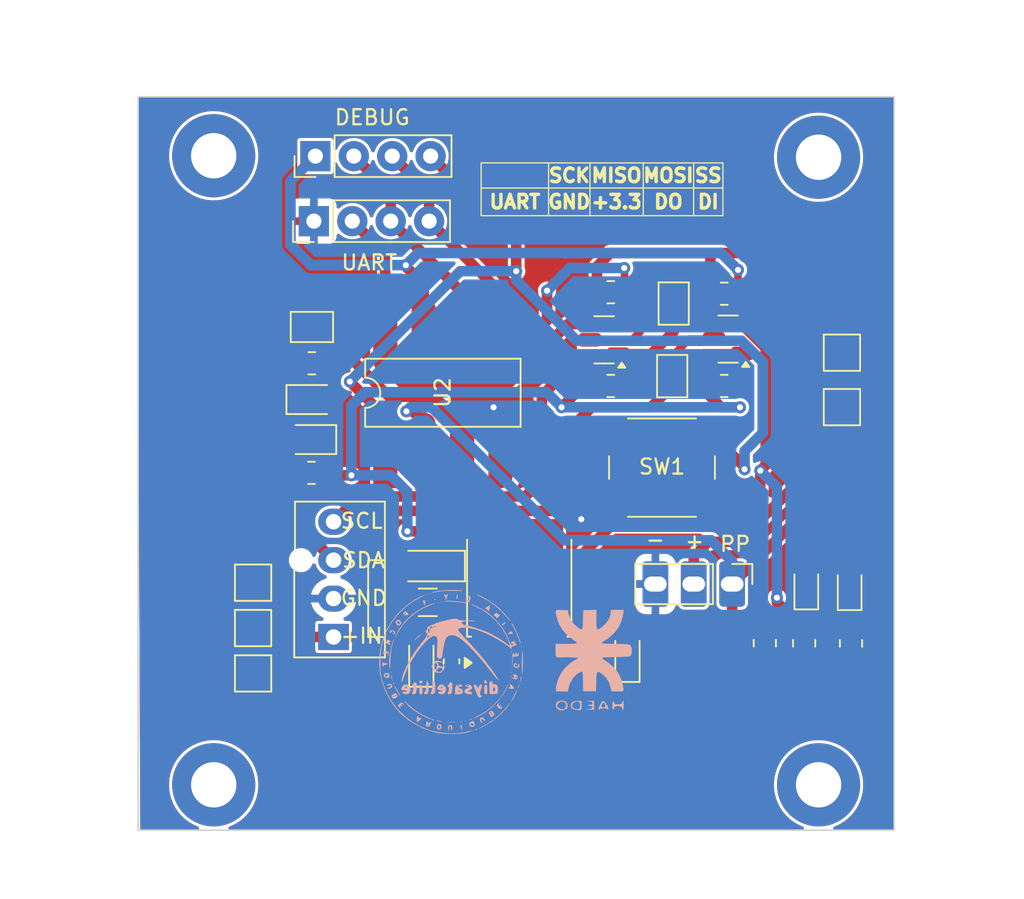
<source format=kicad_pcb>
(kicad_pcb (version 20241229) (generator "pcbnew") (generator_version "9.0")
  (layers (0 "F.Cu" signal) (2 "B.Cu" signal) (13 "F.Paste" user) (15 "B.Paste" user) (5 "F.SilkS" user "F.Silkscreen") (7 "B.SilkS" user "B.Silkscreen") (1 "F.Mask" user) (3 "B.Mask" user) (25 "Edge.Cuts" user))
  (net 0 "")
  (net 1 "Net-(C5-Pad1)")
  (net 2 "GND")
  (net 3 "/VDC_Filter")
  (net 4 "Net-(D3-A)")
  (net 5 "Net-(D2-A)")
  (net 6 "/SCK")
  (net 7 "/PP")
  (net 8 "/SS")
  (net 9 "Net-(JP1-A)")
  (net 10 "Net-(JP1-B)")
  (net 11 "+3.3V")
  (net 12 "+3.7V")
  (net 13 "/SDA_HV")
  (net 14 "/SCL_HV")
  (net 15 "/DO")
  (net 16 "/DI")
  (net 17 "/IN")
  (footprint "Fuse:Fuse_1206_3216Metric" (layer "F.Cu") (at 138.55 96.4 180)
    (property "Reference" "F1" (hide yes))
    (property "Value" "Fuse_Small" (hide yes))
    (pad "1" smd roundrect (at -1.4 0 180) (size 1.25 1.75) (layers "F.Cu" "F.Mask" "F.Paste") (roundrect_rratio 0.2) (net 12 "+3.7V"))
    (pad "2" smd roundrect (at 1.4 0 180) (size 1.25 1.75) (layers "F.Cu" "F.Mask" "F.Paste") (roundrect_rratio 0.2) (net 17 "/IN"))
  )
  (footprint "Package_TO_SOT_SMD:SOT-23" (layer "F.Cu") (at 150.215 79.04 180)
    (property "Reference" "Q1" (hide yes))
    (property "Value" "NMOS" (hide yes))
    (pad "1" smd roundrect (at -0.9375 -0.95 180) (size 1.475 0.9) (layers "F.Cu" "F.Mask" "F.Paste") (net 13 "/SDA_HV"))
    (pad "2" smd roundrect (at -0.9375 0.95 180) (size 1.475 0.9) (layers "F.Cu" "F.Mask" "F.Paste") (net 11 "+3.3V"))
    (pad "3" smd roundrect (at 0.9375 0 180) (size 1.475 0.9) (layers "F.Cu" "F.Mask" "F.Paste") (net 16 "/DI"))
  )
  (footprint "Resistor_SMD:R_0805_2012Metric" (layer "F.Cu") (at 158.1525 82.09)
    (property "Reference" "R9" (hide yes))
    (property "Value" "10k" (hide yes))
    (pad "1" smd roundrect (at -0.9125 0) (size 1.025 1.4) (layers "F.Cu" "F.Mask" "F.Paste") (roundrect_rratio 0.243902) (net 12 "+3.7V"))
    (pad "2" smd roundrect (at 0.9125 0) (size 1.025 1.4) (layers "F.Cu" "F.Mask" "F.Paste") (roundrect_rratio 0.243902) (net 14 "/SCL_HV"))
  )
  (footprint "Connector_PinHeader_2.54mm:PinHeader_1x03_P2.54mm_Vertical" (layer "F.Cu") (at 158.68 95.19 -90)
    (property "Reference" "J4" (hide yes))
    (property "Value" "BG51" (hide yes))
    (pad "1" thru_hole roundrect (at 0 0 270) (size 3 1.7) (drill oval 1 1.5) (layers "*.Cu" "*.Mask") (roundrect_rratio 0.1470588235) (net 7 "/PP"))
    (pad "2" thru_hole roundrect (at 0 2.54 270) (size 3 1.7) (drill oval 1 1.5) (layers "*.Cu" "*.Mask") (roundrect_rratio 0.1470588235) (net 3 "/VDC_Filter"))
    (pad "3" thru_hole roundrect (at 0 5.08 270) (size 3 1.7) (drill oval 1 1.5) (layers "*.Cu" "*.Mask") (roundrect_rratio 0.1470588235) (net 2 "GND"))
  )
  (footprint "Connector:FanPinHeader_1x04_P2.54mm_Vertical" (layer "F.Cu") (at 132.32 98.69 90)
    (property "Reference" "J2" (hide yes))
    (property "Value" "CONN" (hide yes))
    (pad "" np_thru_hole circle (at 5.08 -2.16 180) (size 1.1 1.1) (drill 1.1) (layers "*.Cu" "*.Mask"))
    (pad "1" thru_hole rect (at 0 0 180) (size 2.03 1.73) (drill 1.02) (layers "*.Cu" "*.Mask") (net 17 "/IN"))
    (pad "2" thru_hole oval (at 2.54 0 180) (size 2.03 1.73) (drill 1.02) (layers "*.Cu" "*.Mask") (net 2 "GND"))
    (pad "3" thru_hole oval (at 5.08 0 180) (size 2.03 1.73) (drill 1.02) (layers "*.Cu" "*.Mask") (net 13 "/SDA_HV"))
    (pad "4" thru_hole oval (at 7.62 0 180) (size 2.03 1.73) (drill 1.02) (layers "*.Cu" "*.Mask") (net 14 "/SCL_HV"))
  )
  (footprint "Button_Switch_THT:SW_PUSH_6mm" (layer "F.Cu") (at 150.79 85.24)
    (property "Reference" "SW1" (at 3.25 2.19 0) (layer "F.SilkS"))
    (property "Value" "Reset" (hide yes))
    (pad "1" smd roundrect (at 0 0 90) (size 2 3) (layers "F.Cu" "F.Mask" "F.Paste") (roundrect_rratio 0.125) (net 8 "/SS"))
    (pad "1" smd roundrect (at 6.5 0 90) (size 2 3) (layers "F.Cu" "F.Mask" "F.Paste") (roundrect_rratio 0.125) (net 8 "/SS"))
    (pad "2" smd roundrect (at 0 4.5 90) (size 2 3) (layers "F.Cu" "F.Mask" "F.Paste") (roundrect_rratio 0.125) (net 2 "GND"))
    (pad "2" smd roundrect (at 6.5 4.5 90) (size 2 3) (layers "F.Cu" "F.Mask" "F.Paste") (roundrect_rratio 0.125) (net 2 "GND"))
  )
  (footprint "Package_TO_SOT_SMD:TO-252-3_TabPin2" (layer "F.Cu") (at 144.6 95.36 90)
    (property "Reference" "U1" (hide yes))
    (property "Value" "LM1117DT-3.3" (hide yes))
    (pad "1" smd roundrect (at -5.04 -2.28 90) (size 2.2 1.2) (layers "F.Cu" "F.Mask" "F.Paste") (roundrect_rratio 0.208333) (net 2 "GND"))
    (pad "2" smd roundrect (at -5.04 0 90) (size 2.2 1.2) (layers "F.Cu" "F.Mask" "F.Paste") (roundrect_rratio 0.208333) (net 11 "+3.3V"))
    (pad "2" smd roundrect (at -0.415 -1.525 90) (size 3.05 2.75) (layers "F.Cu" "F.Paste") (roundrect_rratio 0.090909) (net 11 "+3.3V"))
    (pad "2" smd roundrect (at -0.415 1.525 90) (size 3.05 2.75) (layers "F.Cu" "F.Paste") (roundrect_rratio 0.090909) (net 11 "+3.3V"))
    (pad "2" smd roundrect (at 1.26 0 90) (size 6.4 5.8) (layers "F.Cu" "F.Mask") (roundrect_rratio 0.043103) (net 11 "+3.3V"))
    (pad "2" smd roundrect (at 2.935 -1.525 90) (size 3.05 2.75) (layers "F.Cu" "F.Paste") (roundrect_rratio 0.090909) (net 11 "+3.3V"))
    (pad "2" smd roundrect (at 2.935 1.525 90) (size 3.05 2.75) (layers "F.Cu" "F.Paste") (roundrect_rratio 0.090909) (net 11 "+3.3V"))
    (pad "3" smd roundrect (at -5.04 2.28 90) (size 2.2 1.2) (layers "F.Cu" "F.Mask" "F.Paste") (roundrect_rratio 0.208333) (net 12 "+3.7V"))
  )
  (footprint "" (layer "F.Cu") (at 124.395 66.865 90)
    (property "Reference" "" (at 0 0 90) (layer "F.SilkS") (effects (font (size 1.27 1.27))))
    (property "Value" "")
    (pad "1" thru_hole circle (at 0 0 90) (size 5.5 5.5) (drill 3) (layers "*.Cu" "*.Mask"))
  )
  (footprint "Jumper:SolderJumper-2_P1.3mm_Open_Pad1.0x1.5mm" (layer "F.Cu") (at 154.815 76.64 -90)
    (property "Reference" "JP2" (hide yes))
    (property "Value" "SolderJumper_2_Open" (hide yes))
    (pad "1" smd rect (at -0.65 0 270) (size 1 1.5) (layers "F.Cu" "F.Mask") (net 16 "/DI"))
    (pad "2" smd rect (at 0.65 0 270) (size 1 1.5) (layers "F.Cu" "F.Mask") (net 13 "/SDA_HV"))
  )
  (footprint "Resistor_SMD:R_0805_2012Metric" (layer "F.Cu") (at 150.6525 75.89)
    (property "Reference" "R5" (hide yes))
    (property "Value" "10k" (hide yes))
    (pad "1" smd roundrect (at -0.9125 0) (size 1.025 1.4) (layers "F.Cu" "F.Mask" "F.Paste") (roundrect_rratio 0.243902) (net 11 "+3.3V"))
    (pad "2" smd roundrect (at 0.9125 0) (size 1.025 1.4) (layers "F.Cu" "F.Mask" "F.Paste") (roundrect_rratio 0.243902) (net 16 "/DI"))
  )
  (footprint "LED_SMD:LED_0805_2012Metric" (layer "F.Cu") (at 130.89 82.99)
    (property "Reference" "D3" (hide yes))
    (property "Value" "Test" (hide yes))
    (pad "1" smd roundrect (at -0.9375 0) (size 0.975 1.4) (layers "F.Cu" "F.Mask" "F.Paste") (net 2 "GND"))
    (pad "2" smd roundrect (at 0.9375 0) (size 0.975 1.4) (layers "F.Cu" "F.Mask" "F.Paste") (net 4 "Net-(D3-A)"))
  )
  (footprint "Resistor_SMD:R_0805_2012Metric" (layer "F.Cu") (at 166.54 99.115 90)
    (property "Reference" "R3" (hide yes))
    (property "Value" "1.8k" (hide yes))
    (pad "1" smd roundrect (at -0.9125 0 90) (size 1.025 1.4) (layers "F.Cu" "F.Mask" "F.Paste") (roundrect_rratio 0.243902) (net 1 "Net-(C5-Pad1)"))
    (pad "2" smd roundrect (at 0.9125 0 90) (size 1.025 1.4) (layers "F.Cu" "F.Mask" "F.Paste") (roundrect_rratio 0.243902) (net 3 "/VDC_Filter"))
  )
  (footprint "Resistor_SMD:R_0805_2012Metric" (layer "F.Cu") (at 160.84 99.1025 90)
    (property "Reference" "R10" (hide yes))
    (property "Value" "10k" (hide yes))
    (pad "1" smd roundrect (at -0.9125 0 90) (size 1.025 1.4) (layers "F.Cu" "F.Mask" "F.Paste") (roundrect_rratio 0.243902) (net 7 "/PP"))
    (pad "2" smd roundrect (at 0.9125 0 90) (size 1.025 1.4) (layers "F.Cu" "F.Mask" "F.Paste") (roundrect_rratio 0.243902) (net 2 "GND"))
  )
  (footprint "TestPoint:TestPoint_Pad_2.0x2.0mm" (layer "F.Cu") (at 127 95.1)
    (property "Reference" "GND" (hide yes))
    (property "Value" "Test_GND" (hide yes))
    (pad "1" smd rect (at 0 0) (size 2 2) (layers "F.Cu" "F.Mask") (net 2 "GND"))
  )
  (footprint "" (layer "F.Cu") (at 164.394999 66.965 90)
    (property "Reference" "" (at 0 0 90) (layer "F.SilkS") (effects (font (size 1.27 1.27))))
    (property "Value" "")
    (pad "1" thru_hole circle (at 0 0 90) (size 5.5 5.5) (drill 3) (layers "*.Cu" "*.Mask"))
  )
  (footprint "Capacitor_SMD:C_0603_1608Metric" (layer "F.Cu") (at 140.125 100.3 90)
    (property "Reference" "C2" (hide yes))
    (property "Value" "100nF" (hide yes))
    (pad "1" smd roundrect (at -0.775 0 90) (size 0.9 0.95) (layers "F.Cu" "F.Mask" "F.Paste") (net 11 "+3.3V"))
    (pad "2" smd roundrect (at 0.775 0 90) (size 0.9 0.95) (layers "F.Cu" "F.Mask" "F.Paste") (net 2 "GND"))
  )
  (footprint "Capacitor_Tantalum_SMD:CP_EIA-2012-15_AVX-P" (layer "F.Cu") (at 138.125 100.2625 90)
    (property "Reference" "C1" (hide yes))
    (property "Value" "10uF" (hide yes))
    (pad "1" smd roundrect (at -0.89 0 90) (size 1.14 1.09) (layers "F.Cu" "F.Mask" "F.Paste") (roundrect_rratio 0.229358) (net 11 "+3.3V"))
    (pad "2" smd roundrect (at 0.89 0 90) (size 1.14 1.09) (layers "F.Cu" "F.Mask" "F.Paste") (roundrect_rratio 0.229358) (net 2 "GND"))
  )
  (footprint "Capacitor_Tantalum_SMD:CP_EIA-1608-08_AVX-J" (layer "F.Cu") (at 166.45 95.4025 90)
    (property "Reference" "C6" (hide yes))
    (property "Value" "4.7uF" (hide yes))
    (pad "1" smd roundrect (at -0.7125 0 90) (size 1.075 1.05) (layers "F.Cu" "F.Mask" "F.Paste") (roundrect_rratio 0.238095) (net 3 "/VDC_Filter"))
    (pad "2" smd roundrect (at 0.7125 0 90) (size 1.075 1.05) (layers "F.Cu" "F.Mask" "F.Paste") (roundrect_rratio 0.238095) (net 2 "GND"))
  )
  (footprint "TestPoint:TestPoint_Pad_2.0x2.0mm" (layer "F.Cu") (at 127 101.1)
    (property "Reference" "+3.3V" (hide yes))
    (property "Value" "Test_+3.3V" (hide yes))
    (pad "1" smd rect (at 0 0) (size 2 2) (layers "F.Cu" "F.Mask") (net 11 "+3.3V"))
  )
  (footprint "TestPoint:TestPoint_Pad_2.0x2.0mm" (layer "F.Cu") (at 165.94 83.49 180)
    (property "Reference" "PP" (hide yes))
    (property "Value" "Test_PP" (hide yes))
    (pad "1" smd rect (at 0 0 180) (size 2 2) (layers "F.Cu" "F.Mask") (net 7 "/PP"))
  )
  (footprint "LED_SMD:LED_0805_2012Metric" (layer "F.Cu") (at 130.8115 85.634 180)
    (property "Reference" "D2" (hide yes))
    (property "Value" "PW" (hide yes))
    (pad "1" smd roundrect (at -0.9375 0 180) (size 0.975 1.4) (layers "F.Cu" "F.Mask" "F.Paste") (net 2 "GND"))
    (pad "2" smd roundrect (at 0.9375 0 180) (size 0.975 1.4) (layers "F.Cu" "F.Mask" "F.Paste") (net 5 "Net-(D2-A)"))
  )
  (footprint "Diode_SMD:D_SMF" (layer "F.Cu") (at 138.65 94 180)
    (property "Reference" "D1" (hide yes))
    (property "Value" "D_Shockley" (hide yes))
    (pad "1" smd roundrect (at -1.45 0 180) (size 1.3 1.4) (layers "F.Cu" "F.Mask" "F.Paste") (roundrect_rratio 0.1923076923) (net 12 "+3.7V"))
    (pad "2" smd roundrect (at 1.45 0 180) (size 1.3 1.4) (layers "F.Cu" "F.Mask" "F.Paste") (roundrect_rratio 0.1923076923) (net 2 "GND"))
  )
  (footprint "Package_DIP:DIP-8_W7.62mm_LongPads" (layer "F.Cu") (at 135.74 86.35 90)
    (property "Reference" "U2" (at 3.825 3.8 90) (layer "F.SilkS"))
    (property "Value" "ATtiny85-20S")
    (pad "1" smd rect (at 0 0 90) (size 5 1.6) (layers "F.Cu" "F.Mask" "F.Paste") (net 8 "/SS"))
    (pad "2" smd oval (at 0 2.54 90) (size 5 1.6) (layers "F.Cu" "F.Mask" "F.Paste") (net 7 "/PP"))
    (pad "3" smd oval (at 0 5.08 90) (size 5 1.6) (layers "F.Cu" "F.Mask" "F.Paste") (net 10 "Net-(JP1-B)"))
    (pad "4" smd oval (at 0 7.62 90) (size 5 1.6) (layers "F.Cu" "F.Mask" "F.Paste") (net 2 "GND"))
    (pad "5" smd oval (at 7.62 7.62 90) (size 5 1.6) (layers "F.Cu" "F.Mask" "F.Paste") (net 16 "/DI"))
    (pad "6" smd oval (at 7.62 5.08 90) (size 5 1.6) (layers "F.Cu" "F.Mask" "F.Paste") (net 15 "/DO"))
    (pad "7" smd oval (at 7.62 2.54 90) (size 5 1.6) (layers "F.Cu" "F.Mask" "F.Paste") (net 6 "/SCK"))
    (pad "8" smd oval (at 7.62 0 90) (size 5 1.6) (layers "F.Cu" "F.Mask" "F.Paste") (net 11 "+3.3V"))
  )
  (footprint "Capacitor_SMD:C_0603_1608Metric" (layer "F.Cu") (at 149.525 100.2185 90)
    (property "Reference" "C3" (hide yes))
    (property "Value" "100nF" (hide yes))
    (pad "1" smd roundrect (at -0.775 0 90) (size 0.9 0.95) (layers "F.Cu" "F.Mask" "F.Paste") (net 12 "+3.7V"))
    (pad "2" smd roundrect (at 0.775 0 90) (size 0.9 0.95) (layers "F.Cu" "F.Mask" "F.Paste") (net 2 "GND"))
  )
  (footprint "TestPoint:TestPoint_Pad_2.0x2.0mm" (layer "F.Cu") (at 165.94 79.89 180)
    (property "Reference" "VCCF" (hide yes))
    (property "Value" "Test_VCC_Filter" (hide yes))
    (pad "1" smd rect (at 0 0 180) (size 2 2) (layers "F.Cu" "F.Mask") (net 3 "/VDC_Filter"))
  )
  (footprint "Package_TO_SOT_SMD:SOT-23" (layer "F.Cu") (at 158.415 78.99 180)
    (property "Reference" "Q2" (hide yes))
    (property "Value" "NMOS" (hide yes))
    (pad "1" smd roundrect (at -0.9375 -0.95 180) (size 1.475 0.9) (layers "F.Cu" "F.Mask" "F.Paste") (net 14 "/SCL_HV"))
    (pad "2" smd roundrect (at -0.9375 0.95 180) (size 1.475 0.9) (layers "F.Cu" "F.Mask" "F.Paste") (net 11 "+3.3V"))
    (pad "3" smd roundrect (at 0.9375 0 180) (size 1.475 0.9) (layers "F.Cu" "F.Mask" "F.Paste") (net 6 "/SCK"))
  )
  (footprint "Connector_PinHeader_2.54mm:PinHeader_1x04_P2.54mm_Vertical" (layer "F.Cu") (at 131.12 66.89 90)
    (property "Reference" "J3" (hide yes))
    (property "Value" "DEBUG" (at 2.56 3.76 0) (layer "F.SilkS"))
    (pad "1" thru_hole rect (at 0 0 90) (size 2 2) (drill 1) (layers "*.Cu" "*.Mask") (net 6 "/SCK"))
    (pad "2" thru_hole circle (at 0 2.54 90) (size 2 2) (drill 1) (layers "*.Cu" "*.Mask") (net 15 "/DO"))
    (pad "3" thru_hole circle (at 0 5.08 90) (size 2 2) (drill 1) (layers "*.Cu" "*.Mask") (net 16 "/DI"))
    (pad "4" thru_hole circle (at 0 7.62 90) (size 2 2) (drill 1) (layers "*.Cu" "*.Mask") (net 8 "/SS"))
  )
  (footprint "Resistor_SMD:R_0805_2012Metric" (layer "F.Cu") (at 163.44 99.1025 -90)
    (property "Reference" "R2" (hide yes))
    (property "Value" "1.8k" (hide yes))
    (pad "1" smd roundrect (at -0.9125 0 270) (size 1.025 1.4) (layers "F.Cu" "F.Mask" "F.Paste") (roundrect_rratio 0.243902) (net 11 "+3.3V"))
    (pad "2" smd roundrect (at 0.9125 0 270) (size 1.025 1.4) (layers "F.Cu" "F.Mask" "F.Paste") (roundrect_rratio 0.243902) (net 1 "Net-(C5-Pad1)"))
  )
  (footprint "" (layer "F.Cu") (at 164.394999 108.465 90)
    (property "Reference" "" (at 0 0 90) (layer "F.SilkS") (effects (font (size 1.27 1.27))))
    (property "Value" "")
    (pad "1" thru_hole circle (at 0 0 90) (size 5.5 5.5) (drill 3) (layers "*.Cu" "*.Mask"))
  )
  (footprint "Capacitor_Tantalum_SMD:CP_EIA-1608-08_AVX-J" (layer "F.Cu") (at 163.581 95.355 90)
    (property "Reference" "C5" (hide yes))
    (property "Value" "4.7u" (hide yes))
    (pad "1" smd roundrect (at -0.7125 0 90) (size 1.075 1.05) (layers "F.Cu" "F.Mask" "F.Paste") (roundrect_rratio 0.238095) (net 1 "Net-(C5-Pad1)"))
    (pad "2" smd roundrect (at 0.7125 0 90) (size 1.075 1.05) (layers "F.Cu" "F.Mask" "F.Paste") (roundrect_rratio 0.238095) (net 2 "GND"))
  )
  (footprint "Resistor_SMD:R_0805_2012Metric" (layer "F.Cu") (at 158.1525 75.99)
    (property "Reference" "R8" (hide yes))
    (property "Value" "10k" (hide yes))
    (pad "1" smd roundrect (at -0.9125 0) (size 1.025 1.4) (layers "F.Cu" "F.Mask" "F.Paste") (roundrect_rratio 0.243902) (net 11 "+3.3V"))
    (pad "2" smd roundrect (at 0.9125 0) (size 1.025 1.4) (layers "F.Cu" "F.Mask" "F.Paste") (roundrect_rratio 0.243902) (net 6 "/SCK"))
  )
  (footprint "Connector_PinHeader_2.54mm:PinHeader_1x04_P2.54mm_Vertical" (layer "F.Cu") (at 131.02 71.19 90)
    (property "Reference" "J1" (hide yes))
    (property "Value" "UART" (at -2.74 3.66 0) (layer "F.SilkS"))
    (pad "1" thru_hole rect (at 0 0 90) (size 2 2) (drill 1) (layers "*.Cu" "*.Mask") (net 2 "GND"))
    (pad "2" thru_hole circle (at 0 2.54 90) (size 2 2) (drill 1) (layers "*.Cu" "*.Mask") (net 11 "+3.3V"))
    (pad "3" thru_hole circle (at 0 5.08 90) (size 2 2) (drill 1) (layers "*.Cu" "*.Mask") (net 15 "/DO"))
    (pad "4" thru_hole circle (at 0 7.62 90) (size 2 2) (drill 1) (layers "*.Cu" "*.Mask") (net 16 "/DI"))
  )
  (footprint "TestPoint:TestPoint_Pad_2.0x2.0mm" (layer "F.Cu") (at 127 98.1)
    (property "Reference" "IN" (hide yes))
    (property "Value" "Test_+3.7V" (hide yes))
    (pad "1" smd rect (at 0 0) (size 2 2) (layers "F.Cu" "F.Mask") (net 17 "/IN"))
  )
  (footprint "MountingHole:MountingHole_3.2mm_M3_ISO14580_Pad" (layer "F.Cu") (at 124.394999 108.465 90)
    (property "Reference" "REF**" (hide yes))
    (property "Value" "MountingHole_3.2mm_M3_ISO14580_Pad" (hide yes))
    (pad "1" thru_hole circle (at 0 0 90) (size 5.5 5.5) (drill 3) (layers "*.Cu" "*.Mask"))
  )
  (footprint "Resistor_SMD:R_0805_2012Metric" (layer "F.Cu") (at 130.8625 87.834 180)
    (property "Reference" "R1" (hide yes))
    (property "Value" "220" (hide yes))
    (pad "1" smd roundrect (at -0.9125 0 180) (size 1.025 1.4) (layers "F.Cu" "F.Mask" "F.Paste") (roundrect_rratio 0.243902) (net 12 "+3.7V"))
    (pad "2" smd roundrect (at 0.9125 0 180) (size 1.025 1.4) (layers "F.Cu" "F.Mask" "F.Paste") (roundrect_rratio 0.243902) (net 5 "Net-(D2-A)"))
  )
  (footprint "Resistor_SMD:R_0805_2012Metric" (layer "F.Cu") (at 130.89 80.59)
    (property "Reference" "R7" (hide yes))
    (property "Value" "220" (hide yes))
    (pad "1" smd roundrect (at -0.9125 0) (size 1.025 1.4) (layers "F.Cu" "F.Mask" "F.Paste") (roundrect_rratio 0.243902) (net 9 "Net-(JP1-A)"))
    (pad "2" smd roundrect (at 0.9125 0) (size 1.025 1.4) (layers "F.Cu" "F.Mask" "F.Paste") (roundrect_rratio 0.243902) (net 4 "Net-(D3-A)"))
  )
  (footprint "Jumper:SolderJumper-2_P1.3mm_Open_Pad1.0x1.5mm" (layer "F.Cu") (at 154.715 81.44 -90)
    (property "Reference" "JP3" (hide yes))
    (property "Value" "SolderJumper_2_Open" (hide yes))
    (pad "1" smd rect (at -0.65 0 270) (size 1 1.5) (layers "F.Cu" "F.Mask") (net 6 "/SCK"))
    (pad "2" smd rect (at 0.65 0 270) (size 1 1.5) (layers "F.Cu" "F.Mask") (net 14 "/SCL_HV"))
  )
  (footprint "Resistor_SMD:R_0805_2012Metric" (layer "F.Cu") (at 150.6525 82.09)
    (property "Reference" "R6" (hide yes))
    (property "Value" "10k" (hide yes))
    (pad "1" smd roundrect (at -0.9125 0) (size 1.025 1.4) (layers "F.Cu" "F.Mask" "F.Paste") (roundrect_rratio 0.243902) (net 12 "+3.7V"))
    (pad "2" smd roundrect (at 0.9125 0) (size 1.025 1.4) (layers "F.Cu" "F.Mask" "F.Paste") (roundrect_rratio 0.243902) (net 13 "/SDA_HV"))
  )
  (footprint "Capacitor_Tantalum_SMD:CP_EIA-2012-15_AVX-P" (layer "F.Cu") (at 151.755 99.9435 90)
    (property "Reference" "C4" (hide yes))
    (property "Value" "10uF" (hide yes))
    (pad "1" smd roundrect (at -0.89 0 90) (size 1.14 1.09) (layers "F.Cu" "F.Mask" "F.Paste") (roundrect_rratio 0.229358) (net 12 "+3.7V"))
    (pad "2" smd roundrect (at 0.89 0 90) (size 1.14 1.09) (layers "F.Cu" "F.Mask" "F.Paste") (roundrect_rratio 0.229358) (net 2 "GND"))
  )
  (footprint "Jumper:SolderJumper-2_P1.3mm_Open_Pad1.0x1.5mm" (layer "F.Cu") (at 130.89 78.19)
    (property "Reference" "JP1" (hide yes))
    (property "Value" "SolderJumper_2_Open" (hide yes))
    (pad "1" smd rect (at -0.65 0) (size 1 1.5) (layers "F.Cu" "F.Mask") (net 9 "Net-(JP1-A)"))
    (pad "2" smd rect (at 0.65 0) (size 1 1.5) (layers "F.Cu" "F.Mask") (net 10 "Net-(JP1-B)"))
  )
  (footprint "image:diy" (layer "B.Cu") (at 140.125 100.3 180)
    (property "Reference" "G***" (hide yes))
    (property "Value" "LOGO" (hide yes))
  )
  (footprint "image:utn" (layer "B.Cu") (at 149.254329 100.200081 180)
    (property "Reference" "G***" (hide yes))
    (property "Value" "LOGO" (hide yes))
  )
  (gr_rect (start 119.394999 62.965) (end 169.394999 111.465) (stroke (width 0.1)) (fill no) (layer "Edge.Cuts"))
  (gr_text "PP" (at 157.78 93.13 0) (layer "F.SilkS") (effects (font (size 1 1)) (justify left bottom)))
  (gr_text "SCL" (at 132.7 91.6 0) (layer "F.SilkS") (effects (font (size 1 1)) (justify left bottom)))
  (gr_text "SDA" (at 132.8 94.2 0) (layer "F.SilkS") (effects (font (size 1 1)) (justify left bottom)))
  (gr_text "-" (at 152.88 92.83 0) (layer "F.SilkS") (effects (font (size 1 1)) (justify left bottom)))
  (gr_text "+IN" (at 132.7 99.2 0) (layer "F.SilkS") (effects (font (size 1 1)) (justify left bottom)))
  (gr_text "GND" (at 132.7 96.7 0) (layer "F.SilkS") (effects (font (size 1 1)) (justify left bottom)))
  (gr_text "+" (at 155.48 92.93 0) (layer "F.SilkS") (effects (font (size 1 1)) (justify left bottom)))
  (table (column_count 5) (layer "F.SilkS") (border (external yes) (header yes) (stroke (width 0.08))) (separators (rows yes) (cols yes) (stroke (width 0.08))) (column_widths 4.46 2.74 3.52 3.33 1.94) (row_heights 1.66 1.83) (cells (table_cell "" (start 142.08 67.34) (end 146.54 69) (margins 1.0025 1.0025 1.0025 1.0025) (span 1 1) (layer "F.SilkS") (effects (font (size 0.9 0.9) (thickness 0.5) (bold yes)))) (table_cell "SCK" (start 146.54 67.34) (end 149.28 69) (margins 1.0025 1.0025 1.0025 1.0025) (span 1 1) (layer "F.SilkS") (effects (font (size 0.9 0.9) (thickness 0.5)))) (table_cell "MISO" (start 149.28 67.34) (end 152.8 69) (margins 1.0025 1.0025 1.0025 1.0025) (span 1 1) (layer "F.SilkS") (effects (font (size 0.9 0.9) (thickness 0.5)))) (table_cell "MOSI" (start 152.8 67.34) (end 156.13 69) (margins 1.0025 1.0025 1.0025 1.0025) (span 1 1) (layer "F.SilkS") (effects (font (size 0.9 0.9) (thickness 0.5)))) (table_cell "SS" (start 156.13 67.34) (end 158.07 69) (margins 1.0025 1.0025 1.0025 1.0025) (span 1 1) (layer "F.SilkS") (effects (font (size 0.9 0.9) (thickness 0.5)))) (table_cell "UART" (start 142.08 69) (end 146.54 70.83) (margins 1.0025 1.0025 1.0025 1.0025) (span 1 1) (layer "F.SilkS") (effects (font (size 0.9 0.9) (thickness 0.5) (bold yes)))) (table_cell "GND" (start 146.54 69) (end 149.28 70.83) (margins 1.0025 1.0025 1.0025 1.0025) (span 1 1) (layer "F.SilkS") (effects (font (size 0.9 0.9) (thickness 0.5)))) (table_cell "+3.3" (start 149.28 69) (end 152.8 70.83) (margins 1.0025 1.0025 1.0025 1.0025) (span 1 1) (layer "F.SilkS") (effects (font (size 0.9 0.9) (thickness 0.5)))) (table_cell "DO" (start 152.8 69) (end 156.13 70.83) (margins 1.0025 1.0025 1.0025 1.0025) (span 1 1) (layer "F.SilkS") (effects (font (size 0.9 0.9) (thickness 0.5)))) (table_cell "DI" (start 156.13 69) (end 158.07 70.83) (margins 1.0025 1.0025 1.0025 1.0025) (span 1 1) (layer "F.SilkS") (effects (font (size 0.9 0.9) (thickness 0.5))))))
  (segment (start 163.44 100.015) (end 165.1525 100.015) (width 0.7) (layer "F.Cu") (net 1))
  (segment (start 165.1525 100.015) (end 165.165 100.0275) (width 0.7) (layer "F.Cu") (net 1))
  (segment (start 165.04 99.9025) (end 165.1525 100.015) (width 0.7) (layer "F.Cu") (net 1))
  (segment (start 164.305 96.0675) (end 165.04 96.8025) (width 0.7) (layer "F.Cu") (net 1))
  (segment (start 163.581 96.0675) (end 164.305 96.0675) (width 0.7) (layer "F.Cu") (net 1))
  (segment (start 165.165 100.0275) (end 166.54 100.0275) (width 0.7) (layer "F.Cu") (net 1))
  (segment (start 165.04 96.8025) (end 165.04 99.9025) (width 0.7) (layer "F.Cu") (net 1))
  (segment (start 150.79 89.74) (end 149.86 89.74) (width 0.7) (layer "F.Cu") (net 2))
  (segment (start 150.79 89.74) (end 149.76 89.74) (width 0.7) (layer "F.Cu") (net 2))
  (segment (start 143.36 83.96) (end 142.9 83.5) (width 0.7) (layer "F.Cu") (net 2))
  (segment (start 143.36 86.35) (end 143.36 83.96) (width 0.7) (layer "F.Cu") (net 2))
  (segment (start 149.86 89.74) (end 148.7 90.9) (width 0.7) (layer "F.Cu") (net 2))
  (via (at 148.7 90.9) (size 0.8) (drill 0.4) (layers "F.Cu" "B.Cu") (net 2))
  (via (at 142.9 83.5) (size 0.8) (drill 0.4) (layers "F.Cu" "B.Cu") (net 2))
  (segment (start 159.1 92.4) (end 163.34 88.16) (width 0.7) (layer "F.Cu") (net 3))
  (segment (start 156.14 95.19) (end 156.14 93.36) (width 0.7) (layer "F.Cu") (net 3))
  (segment (start 167.74 79.89) (end 165.94 79.89) (width 0.7) (layer "F.Cu") (net 3))
  (segment (start 168.04 95.06) (end 168.04 80.19) (width 0.7) (layer "F.Cu") (net 3))
  (segment (start 166.985 96.115) (end 168.04 95.06) (width 0.7) (layer "F.Cu") (net 3))
  (segment (start 156.14 93.36) (end 157.1 92.4) (width 0.7) (layer "F.Cu") (net 3))
  (segment (start 166.45 98.1125) (end 166.54 98.2025) (width 0.7) (layer "F.Cu") (net 3))
  (segment (start 166.45 96.115) (end 166.985 96.115) (width 0.7) (layer "F.Cu") (net 3))
  (segment (start 163.34 80.69) (end 164.14 79.89) (width 0.7) (layer "F.Cu") (net 3))
  (segment (start 166.45 96.115) (end 166.45 98.1125) (width 0.7) (layer "F.Cu") (net 3))
  (segment (start 163.34 88.16) (end 163.34 80.69) (width 0.7) (layer "F.Cu") (net 3))
  (segment (start 168.04 80.19) (end 167.74 79.89) (width 0.7) (layer "F.Cu") (net 3))
  (segment (start 164.14 79.89) (end 165.94 79.89) (width 0.7) (layer "F.Cu") (net 3))
  (segment (start 157.1 92.4) (end 159.1 92.4) (width 0.7) (layer "F.Cu") (net 3))
  (segment (start 131.8025 80.59) (end 131.8025 82.965) (width 0.7) (layer "F.Cu") (net 4))
  (segment (start 131.8025 82.965) (end 131.8275 82.99) (width 0.7) (layer "F.Cu") (net 4))
  (segment (start 129.874 85.634) (end 129.874 87.758) (width 0.5) (layer "F.Cu") (net 5))
  (segment (start 129.874 87.758) (end 129.95 87.834) (width 0.5) (layer "F.Cu") (net 5))
  (segment (start 154.715 80.115) (end 155.84 78.99) (width 0.5) (layer "F.Cu") (net 6))
  (segment (start 137.4 74.5) (end 137.1 74.2) (width 0.7) (layer "F.Cu") (net 6))
  (segment (start 159.065 75.99) (end 159.065 74.415) (width 0.5) (layer "F.Cu") (net 6))
  (segment (start 138.28 75.38) (end 137.4 74.5) (width 0.7) (layer "F.Cu") (net 6))
  (segment (start 157.4775 77.5775) (end 159.065 75.99) (width 0.5) (layer "F.Cu") (net 6))
  (segment (start 159.04 74.39) (end 159.065 74.415) (width 0.5) (layer "F.Cu") (net 6))
  (segment (start 138.28 78.73) (end 138.28 75.38) (width 0.7) (layer "F.Cu") (net 6))
  (segment (start 157.4775 78.99) (end 157.4775 77.5775) (width 0.5) (layer "F.Cu") (net 6))
  (segment (start 154.715 80.79) (end 154.715 80.115) (width 0.5) (layer "F.Cu") (net 6))
  (segment (start 137.1 74.2) (end 137.1 74.1) (width 0.7) (layer "F.Cu") (net 6))
  (segment (start 155.84 78.99) (end 157.4775 78.99) (width 0.5) (layer "F.Cu") (net 6))
  (via (at 137.1 74.1) (size 0.8) (drill 0.4) (layers "F.Cu" "B.Cu") (net 6))
  (via (at 159.065 74.415) (size 0.8) (drill 0.4) (layers "F.Cu" "B.Cu") (net 6))
  (segment (start 129.469 72.741) (end 129.469 68.541) (width 0.7) (layer "B.Cu") (net 6))
  (segment (start 157.95 73.3) (end 137.9 73.3) (width 0.7) (layer "B.Cu") (net 6))
  (segment (start 130.828 74.1) (end 129.469 72.741) (width 0.7) (layer "B.Cu") (net 6))
  (segment (start 129.469 68.541) (end 131.12 66.89) (width 0.7) (layer "B.Cu") (net 6))
  (segment (start 137.9 73.3) (end 137.1 74.1) (width 0.7) (layer "B.Cu") (net 6))
  (segment (start 137.1 74.1) (end 130.828 74.1) (width 0.7) (layer "B.Cu") (net 6))
  (segment (start 159.065 74.415) (end 157.95 73.3) (width 0.7) (layer "B.Cu") (net 6))
  (segment (start 165.94 87.93) (end 165.94 83.49) (width 0.7) (layer "F.Cu") (net 7))
  (segment (start 138.28 84.48) (end 138.28 86.35) (width 0.7) (layer "F.Cu") (net 7))
  (segment (start 158.68 98.38) (end 158.68 95.19) (width 0.7) (layer "F.Cu") (net 7))
  (segment (start 137.567459 83.767459) (end 138.28 84.48) (width 0.7) (layer "F.Cu") (net 7))
  (segment (start 160.315 100.015) (end 158.68 98.38) (width 0.7) (layer "F.Cu") (net 7))
  (segment (start 160.84 100.015) (end 160.315 100.015) (width 0.7) (layer "F.Cu") (net 7))
  (segment (start 158.68 95.19) (end 165.94 87.93) (width 0.7) (layer "F.Cu") (net 7))
  (segment (start 137.134297 83.767459) (end 137.567459 83.767459) (width 0.7) (layer "F.Cu") (net 7))
  (segment (start 138.28 87.83) (end 138.28 86.35) (width 0.5) (layer "F.Cu") (net 7))
  (via (at 137.134297 83.767459) (size 0.8) (drill 0.4) (layers "F.Cu" "B.Cu") (net 7))
  (segment (start 147.6 92.3) (end 157.29 92.3) (width 0.7) (layer "B.Cu") (net 7))
  (segment (start 158.68 93.69) (end 158.68 95.19) (width 0.7) (layer "B.Cu") (net 7))
  (segment (start 157.29 92.3) (end 158.68 93.69) (width 0.7) (layer "B.Cu") (net 7))
  (segment (start 138.8 83.5) (end 147.6 92.3) (width 0.7) (layer "B.Cu") (net 7))
  (segment (start 137.134297 83.767459) (end 137.401756 83.5) (width 0.7) (layer "B.Cu") (net 7))
  (segment (start 137.401756 83.5) (end 138.8 83.5) (width 0.7) (layer "B.Cu") (net 7))
  (segment (start 150.79 85.24) (end 157.29 85.24) (width 0.5) (layer "F.Cu") (net 8))
  (segment (start 157.29 85.24) (end 159.5 87.45) (width 0.7) (layer "F.Cu") (net 8))
  (segment (start 159.5 87.45) (end 159.5 87.6) (width 0.7) (layer "F.Cu") (net 8))
  (segment (start 144.4 72.55) (end 138.74 66.89) (width 0.7) (layer "F.Cu") (net 8))
  (segment (start 135.74 84.14) (end 133.4 81.8) (width 0.7) (layer "F.Cu") (net 8))
  (segment (start 144.4 74.5) (end 144.4 72.55) (width 0.7) (layer "F.Cu") (net 8))
  (segment (start 135.74 86.35) (end 135.74 84.14) (width 0.7) (layer "F.Cu") (net 8))
  (via (at 144.4 74.5) (size 0.8) (drill 0.4) (layers "F.Cu" "B.Cu") (net 8))
  (via (at 133.4 81.8) (size 0.8) (drill 0.4) (layers "F.Cu" "B.Cu") (net 8))
  (via (at 159.5 87.6) (size 0.8) (drill 0.4) (layers "F.Cu" "B.Cu") (net 8))
  (segment (start 159.5 87.6) (end 159.5 86.4) (width 0.7) (layer "B.Cu") (net 8))
  (segment (start 140.7 74.5) (end 144.4 74.5) (width 0.7) (layer "B.Cu") (net 8))
  (segment (start 159.5 86.4) (end 160.7 85.2) (width 0.7) (layer "B.Cu") (net 8))
  (segment (start 148.405082 79.1) (end 144.4 75.094918) (width 0.7) (layer "B.Cu") (net 8))
  (segment (start 160.7 85.2) (end 160.7 80.5) (width 0.7) (layer "B.Cu") (net 8))
  (segment (start 160.7 80.5) (end 159.3 79.1) (width 0.7) (layer "B.Cu") (net 8))
  (segment (start 144.4 75.094918) (end 144.4 74.5) (width 0.7) (layer "B.Cu") (net 8))
  (segment (start 133.4 81.8) (end 140.7 74.5) (width 0.7) (layer "B.Cu") (net 8))
  (segment (start 159.3 79.1) (end 148.405082 79.1) (width 0.7) (layer "B.Cu") (net 8))
  (segment (start 130.24 79.36) (end 130.24 78.19) (width 0.7) (layer "F.Cu") (net 9))
  (segment (start 129.9775 79.6225) (end 130.24 79.36) (width 0.7) (layer "F.Cu") (net 9))
  (segment (start 129.9775 80.59) (end 129.9775 79.6225) (width 0.7) (layer "F.Cu") (net 9))
  (segment (start 140.82 86.35) (end 140.82 84.62) (width 0.7) (layer "F.Cu") (net 10))
  (segment (start 139 82.8) (end 136 82.8) (width 0.7) (layer "F.Cu") (net 10))
  (segment (start 136 82.8) (end 131.54 78.34) (width 0.7) (layer "F.Cu") (net 10))
  (segment (start 131.54 78.34) (end 131.54 78.19) (width 0.7) (layer "F.Cu") (net 10))
  (segment (start 140.82 84.62) (end 139 82.8) (width 0.7) (layer "F.Cu") (net 10))
  (segment (start 143.922856 81.9) (end 147.822856 78) (width 0.7) (layer "F.Cu") (net 11))
  (segment (start 162.74 98.19) (end 162.091 98.839) (width 0.7) (layer "F.Cu") (net 11))
  (segment (start 147.822856 78) (end 151.0625 78) (width 0.7) (layer "F.Cu") (net 11))
  (segment (start 151.1525 77.3025) (end 149.74 75.89) (width 0.5) (layer "F.Cu") (net 11))
  (segment (start 150.9 102.051) (end 146.191288 102.051) (width 0.7) (layer "F.Cu") (net 11))
  (segment (start 135.74 78.69) (end 135.74 78.73) (width 0.5) (layer "F.Cu") (net 11))
  (segment (start 161.64 96.09) (end 161.64 96.39) (width 0.7) (layer "F.Cu") (net 11))
  (segment (start 162.091 98.839) (end 162.091 100.616212) (width 0.7) (layer "F.Cu") (net 11))
  (segment (start 135.74 73.37) (end 135.74 78.73) (width 0.7) (layer "F.Cu") (net 11))
  (segment (start 161.64 96.39) (end 163.44 98.19) (width 0.7) (layer "F.Cu") (net 11))
  (segment (start 150.7 91.3) (end 158.9 91.3) (width 0.7) (layer "F.Cu") (net 11))
  (segment (start 149.74 75.89) (end 149.74 74.19) (width 0.7) (layer "F.Cu") (net 11))
  (segment (start 159.95 73.3) (end 160.84 74.19) (width 0.7) (layer "F.Cu") (net 11))
  (segment (start 160.9 87.33) (end 160.541 87.689) (width 0.7) (layer "F.Cu") (net 11))
  (segment (start 157.2 73.3) (end 159.95 73.3) (width 0.7) (layer "F.Cu") (net 11))
  (segment (start 135.74 80.773991) (end 136.866009 81.9) (width 0.7) (layer "F.Cu") (net 11))
  (segment (start 157.24 75.99) (end 157.24 73.34) (width 0.7) (layer "F.Cu") (net 11))
  (segment (start 140.0475 101.1525) (end 140.125 101.075) (width 0.7) (layer "F.Cu") (net 11))
  (segment (start 160.541 89.659) (end 160.541 87.689) (width 0.7) (layer "F.Cu") (net 11))
  (segment (start 141.8 102.3) (end 142.9 102.3) (width 0.7) (layer "F.Cu") (net 11))
  (segment (start 147.9 94.1) (end 150.7 91.3) (width 0.7) (layer "F.Cu") (net 11))
  (segment (start 162.091 100.616212) (end 160.656212 102.051) (width 0.7) (layer "F.Cu") (net 11))
  (segment (start 150.63 73.3) (end 157.2 73.3) (width 0.7) (layer "F.Cu") (net 11))
  (segment (start 151.1525 78.09) (end 151.1525 77.3025) (width 0.5) (layer "F.Cu") (net 11))
  (segment (start 138.125 101.1525) (end 140.0475 101.1525) (width 0.7) (layer "F.Cu") (net 11))
  (segment (start 160.656212 102.051) (end 150.9 102.051) (width 0.7) (layer "F.Cu") (net 11))
  (segment (start 160.84 74.19) (end 160.84 76.5525) (width 0.7) (layer "F.Cu") (net 11))
  (segment (start 160.84 76.5525) (end 159.3525 78.04) (width 0.7) (layer "F.Cu") (net 11))
  (segment (start 144.6 100.6) (end 144.6 100.4) (width 0.7) (layer "F.Cu") (net 11))
  (segment (start 146.191288 102.051) (end 144.6 100.459712) (width 0.7) (layer "F.Cu") (net 11))
  (segment (start 135.74 78.73) (end 135.74 80.773991) (width 0.7) (layer "F.Cu") (net 11))
  (segment (start 144.6 100.459712) (end 144.6 100.4) (width 0.7) (layer "F.Cu") (net 11))
  (segment (start 160.9 79.5875) (end 160.9 87.33) (width 0.7) (layer "F.Cu") (net 11))
  (segment (start 152.749 102.051) (end 150.9 102.051) (width 0.7) (layer "F.Cu") (net 11))
  (segment (start 151.0625 78) (end 151.1525 78.09) (width 0.7) (layer "F.Cu") (net 11))
  (segment (start 157.24 73.34) (end 157.2 73.3) (width 0.7) (layer "F.Cu") (net 11))
  (segment (start 163.44 98.19) (end 162.74 98.19) (width 0.7) (layer "F.Cu") (net 11))
  (segment (start 160.54 87.69) (end 160.541 87.689) (width 0.7) (layer "F.Cu") (net 11))
  (segment (start 142.9 102.3) (end 144.6 100.6) (width 0.7) (layer "F.Cu") (net 11))
  (segment (start 149.74 74.19) (end 150.63 73.3) (width 0.7) (layer "F.Cu") (net 11))
  (segment (start 138.0725 101.1) (end 138.125 101.1525) (width 0.7) (layer "F.Cu") (net 11))
  (segment (start 140.125 101.075) (end 140.575 101.075) (width 0.7) (layer "F.Cu") (net 11))
  (segment (start 127 101.1) (end 138.0725 101.1) (width 0.7) (layer "F.Cu") (net 11))
  (segment (start 144.6 94.1) (end 147.9 94.1) (width 0.7) (layer "F.Cu") (net 11))
  (segment (start 140.575 101.075) (end 141.8 102.3) (width 0.7) (layer "F.Cu") (net 11))
  (segment (start 158.9 91.3) (end 160.541 89.659) (width 0.7) (layer "F.Cu") (net 11))
  (segment (start 133.56 71.19) (end 135.74 73.37) (width 0.7) (layer "F.Cu") (net 11))
  (segment (start 136.866009 81.9) (end 143.922856 81.9) (width 0.7) (layer "F.Cu") (net 11))
  (segment (start 159.3525 78.04) (end 160.9 79.5875) (width 0.7) (layer "F.Cu") (net 11))
  (via (at 161.64 96.09) (size 0.8) (drill 0.4) (layers "F.Cu" "B.Cu") (net 11))
  (via (at 160.541 87.689) (size 0.8) (drill 0.4) (layers "F.Cu" "B.Cu") (net 11))
  (segment (start 160.541 87.689) (end 161.64 88.788) (width 0.7) (layer "B.Cu") (net 11))
  (segment (start 161.64 88.788) (end 161.64 96.09) (width 0.7) (layer "B.Cu") (net 11))
  (segment (start 148.9065 100.9935) (end 149.525 100.9935) (width 0.7) (layer "F.Cu") (net 12))
  (segment (start 151.595 100.9935) (end 151.755 100.8335) (width 0.7) (layer "F.Cu") (net 12))
  (segment (start 140.1 95.1) (end 140.1 94) (width 0.7) (layer "F.Cu") (net 12))
  (segment (start 139.95 96.4) (end 139.95 95.25) (width 0.7) (layer "F.Cu") (net 12))
  (segment (start 149.525 100.9935) (end 151.595 100.9935) (width 0.7) (layer "F.Cu") (net 12))
  (segment (start 157.24 82.09) (end 157.24 82.79) (width 0.7) (layer "F.Cu") (net 12))
  (segment (start 157.24 82.79) (end 157.95 83.5) (width 0.7) (layer "F.Cu") (net 12))
  (segment (start 133.5 88) (end 131.941 88) (width 0.7) (layer "F.Cu") (net 12))
  (segment (start 148 100.4) (end 148.6 101) (width 0.7) (layer "F.Cu") (net 12))
  (segment (start 146.88 100.4) (end 148 100.4) (width 0.7) (layer "F.Cu") (net 12))
  (segment (start 131.941 88) (end 131.775 87.834) (width 0.7) (layer "F.Cu") (net 12))
  (segment (start 147.4 83.5) (end 147.4 83.4) (width 0.7) (layer "F.Cu") (net 12))
  (segment (start 146.88 100.4) (end 146.88 99.08) (width 0.7) (layer "F.Cu") (net 12))
  (segment (start 141.45 97.9) (end 139.95 96.4) (width 0.7) (layer "F.Cu") (net 12))
  (segment (start 140.1 94) (end 137.8 91.7) (width 0.7) (layer "F.Cu") (net 12))
  (segment (start 149.74 82.09) (end 148.81 82.09) (width 0.7) (layer "F.Cu") (net 12))
  (segment (start 139.95 95.25) (end 140.1 95.1) (width 0.7) (layer "F.Cu") (net 12))
  (segment (start 157.95 83.5) (end 159.2 83.5) (width 0.7) (layer "F.Cu") (net 12))
  (segment (start 146.88 99.08) (end 145.7 97.9) (width 0.7) (layer "F.Cu") (net 12))
  (segment (start 148.81 82.09) (end 147.4 83.5) (width 0.7) (layer "F.Cu") (net 12))
  (segment (start 148.9 101) (end 148.9065 100.9935) (width 0.7) (layer "F.Cu") (net 12))
  (segment (start 145.7 97.9) (end 141.45 97.9) (width 0.7) (layer "F.Cu") (net 12))
  (segment (start 148.6 101) (end 148.9 101) (width 0.7) (layer "F.Cu") (net 12))
  (segment (start 137.8 91.7) (end 137.2 91.7) (width 0.7) (layer "F.Cu") (net 12))
  (via (at 159.2 83.5) (size 0.8) (drill 0.4) (layers "F.Cu" "B.Cu") (net 12))
  (via (at 147.4 83.5) (size 0.8) (drill 0.4) (layers "F.Cu" "B.Cu") (net 12))
  (via (at 133.5 88) (size 0.8) (drill 0.4) (layers "F.Cu" "B.Cu") (net 12))
  (via (at 137.2 91.7) (size 0.8) (drill 0.4) (layers "F.Cu" "B.Cu") (net 12))
  (segment (start 159.2 83.5) (end 147.4 83.5) (width 0.7) (layer "B.Cu") (net 12))
  (segment (start 136.1 88) (end 133.5 88) (width 0.7) (layer "B.Cu") (net 12))
  (segment (start 147.4 83.5) (end 146.4 82.5) (width 0.7) (layer "B.Cu") (net 12))
  (segment (start 133.5 83.4) (end 133.5 88) (width 0.7) (layer "B.Cu") (net 12))
  (segment (start 137.2 89.1) (end 136.1 88) (width 0.7) (layer "B.Cu") (net 12))
  (segment (start 146.4 82.5) (end 134.4 82.5) (width 0.7) (layer "B.Cu") (net 12))
  (segment (start 134.4 82.5) (end 133.5 83.4) (width 0.7) (layer "B.Cu") (net 12))
  (segment (start 137.2 91.7) (end 137.2 89.1) (width 0.7) (layer "B.Cu") (net 12))
  (segment (start 146.1 88.3) (end 146.1 82.73) (width 0.7) (layer "F.Cu") (net 13))
  (segment (start 131.836474 89.401) (end 144.999 89.401) (width 0.7) (layer "F.Cu") (net 13))
  (segment (start 130.754 92.044) (end 130.754 90.483474) (width 0.7) (layer "F.Cu") (net 13))
  (segment (start 151.1525 79.99) (end 151.1525 80.5525) (width 0.7) (layer "F.Cu") (net 13))
  (segment (start 146.1 82.73) (end 148.73 80.1) (width 0.7) (layer "F.Cu") (net 13))
  (segment (start 148.73 80.1) (end 151.0425 80.1) (width 0.7) (layer "F.Cu") (net 13))
  (segment (start 151.1525 80.5525) (end 151.565 80.965) (width 0.7) (layer "F.Cu") (net 13))
  (segment (start 144.999 89.401) (end 146.1 88.3) (width 0.7) (layer "F.Cu") (net 13))
  (segment (start 151.0425 80.1) (end 151.1525 79.99) (width 0.7) (layer "F.Cu") (net 13))
  (segment (start 151.565 80.965) (end 151.565 82.09) (width 0.7) (layer "F.Cu") (net 13))
  (segment (start 154.815 77.29) (end 154.815 78.49) (width 0.7) (layer "F.Cu") (net 13))
  (segment (start 132.32 93.61) (end 130.754 92.044) (width 0.7) (layer "F.Cu") (net 13))
  (segment (start 153.315 79.99) (end 151.1525 79.99) (width 0.7) (layer "F.Cu") (net 13))
  (segment (start 130.754 90.483474) (end 131.836474 89.401) (width 0.7) (layer "F.Cu") (net 13))
  (segment (start 154.815 78.49) (end 153.315 79.99) (width 0.7) (layer "F.Cu") (net 13))
  (segment (start 154.715 82.09) (end 155.61 82.09) (width 0.7) (layer "F.Cu") (net 14))
  (segment (start 159.3525 80.7475) (end 159.3525 79.94) (width 0.7) (layer "F.Cu") (net 14))
  (segment (start 159.3125 79.9) (end 159.3525 79.94) (width 0.7) (layer "F.Cu") (net 14))
  (segment (start 148.1 89.2) (end 148.1 84.790288) (width 0.7) (layer "F.Cu") (net 14))
  (segment (start 159.065 82.09) (end 159.065 81.035) (width 0.7) (layer "F.Cu") (net 14))
  (segment (start 148.1 84.790288) (end 149.390288 83.5) (width 0.7) (layer "F.Cu") (net 14))
  (segment (start 156.1 81.6) (end 156.1 80.7) (width 0.7) (layer "F.Cu") (net 14))
  (segment (start 149.390288 83.5) (end 153.305 83.5) (width 0.7) (layer "F.Cu") (net 14))
  (segment (start 159.3015 79.991) (end 159.3525 79.94) (width 0.7) (layer "F.Cu") (net 14))
  (segment (start 155.61 82.09) (end 155.859 81.841) (width 0.7) (layer "F.Cu") (net 14))
  (segment (start 156.1 80.7) (end 156.809 79.991) (width 0.7) (layer "F.Cu") (net 14))
  (segment (start 133.041 90.349) (end 146.951 90.349) (width 0.7) (layer "F.Cu") (net 14))
  (segment (start 159.065 81.035) (end 159.3525 80.7475) (width 0.7) (layer "F.Cu") (net 14))
  (segment (start 156.016 81.684) (end 156.1 81.6) (width 0.7) (layer "F.Cu") (net 14))
  (segment (start 153.305 83.5) (end 154.715 82.09) (width 0.7) (layer "F.Cu") (net 14))
  (segment (start 156.809 79.991) (end 159.3015 79.991) (width 0.7) (layer "F.Cu") (net 14))
  (segment (start 155.859 81.841) (end 156.016 81.841) (width 0.7) (layer "F.Cu") (net 14))
  (segment (start 132.32 91.07) (end 133.041 90.349) (width 0.7) (layer "F.Cu") (net 14))
  (segment (start 156.016 81.841) (end 156.016 81.684) (width 0.7) (layer "F.Cu") (net 14))
  (segment (start 146.951 90.349) (end 148.1 89.2) (width 0.7) (layer "F.Cu") (net 14))
  (segment (start 136.1 69.33) (end 133.66 66.89) (width 0.7) (layer "F.Cu") (net 15))
  (segment (start 140.82 75.91) (end 136.1 71.19) (width 0.7) (layer "F.Cu") (net 15))
  (segment (start 136.1 71.19) (end 136.1 69.33) (width 0.7) (layer "F.Cu") (net 15))
  (segment (start 140.82 78.73) (end 140.82 75.91) (width 0.7) (layer "F.Cu") (net 15))
  (segment (start 151.565 74.315) (end 151.54 74.29) (width 0.5) (layer "F.Cu") (net 16))
  (segment (start 151.565 75.89) (end 151.565 74.315) (width 0.5) (layer "F.Cu") (net 16))
  (segment (start 152.06 79.04) (end 149.2775 79.04) (width 0.5) (layer "F.Cu") (net 16))
  (segment (start 143.36 78.73) (end 143.36 75.91) (width 0.7) (layer "F.Cu") (net 16))
  (segment (start 138.64 71.19) (end 138.64 69.33) (width 0.7) (layer "F.Cu") (net 16))
  (segment (start 152.6 78.5) (end 152.06 79.04) (width 0.5) (layer "F.Cu") (net 16))
  (segment (start 154.715 75.89) (end 154.815 75.99) (width 0.5) (layer "F.Cu") (net 16))
  (segment (start 138.64 69.33) (end 136.2 66.89) (width 0.7) (layer "F.Cu") (net 16))
  (segment (start 151.565 76.565) (end 152.6 77.6) (width 0.5) (layer "F.Cu") (net 16))
  (segment (start 152.6 77.6) (end 152.6 78.5) (width 0.5) (layer "F.Cu") (net 16))
  (segment (start 146.44 77.76) (end 146.44 75.79) (width 0.7) (layer "F.Cu") (net 16))
  (segment (start 151.565 75.89) (end 151.565 76.565) (width 0.5) (layer "F.Cu") (net 16))
  (segment (start 143.36 75.91) (end 138.64 71.19) (width 0.7) (layer "F.Cu") (net 16))
  (segment (start 152.04 75.89) (end 151.565 75.89) (width 0.5) (layer "F.Cu") (net 16))
  (segment (start 145.47 78.73) (end 146.44 77.76) (width 0.7) (layer "F.Cu") (net 16))
  (segment (start 151.565 75.89) (end 154.715 75.89) (width 0.5) (layer "F.Cu") (net 16))
  (segment (start 143.36 78.73) (end 145.47 78.73) (width 0.7) (layer "F.Cu") (net 16))
  (via (at 146.44 75.79) (size 0.8) (drill 0.4) (layers "F.Cu" "B.Cu") (net 16))
  (via (at 151.54 74.29) (size 0.8) (drill 0.4) (layers "F.Cu" "B.Cu") (net 16))
  (segment (start 147.94 74.29) (end 146.44 75.79) (width 0.7) (layer "B.Cu") (net 16))
  (segment (start 151.54 74.29) (end 147.94 74.29) (width 0.7) (layer "B.Cu") (net 16))
  (segment (start 132.32 98.69) (end 133.81 98.69) (width 0.7) (layer "F.Cu") (net 17))
  (segment (start 130.19 98.69) (end 129.6 98.1) (width 0.7) (layer "F.Cu") (net 17))
  (segment (start 136.1 96.4) (end 137.15 96.4) (width 0.7) (layer "F.Cu") (net 17))
  (segment (start 129.6 98.1) (end 127 98.1) (width 0.7) (layer "F.Cu") (net 17))
  (segment (start 132.32 98.69) (end 130.19 98.69) (width 0.7) (layer "F.Cu") (net 17))
  (segment (start 133.81 98.69) (end 136.1 96.4) (width 0.7) (layer "F.Cu") (net 17))
  (zone (net 2) (net_name "GND") (layers "F.Cu" "B.Cu") (connect_pads (clearance 0)) (min_thickness 0.25) (fill yes (thermal_gap 0.5) (thermal_bridge_width 0.5))
    (polygon (pts (xy 119.34 62.99) (xy 169.44 62.99) (xy 169.44 111.49) (xy 119.44 111.49) (xy 119.54 111.49)))
  )
)
</source>
